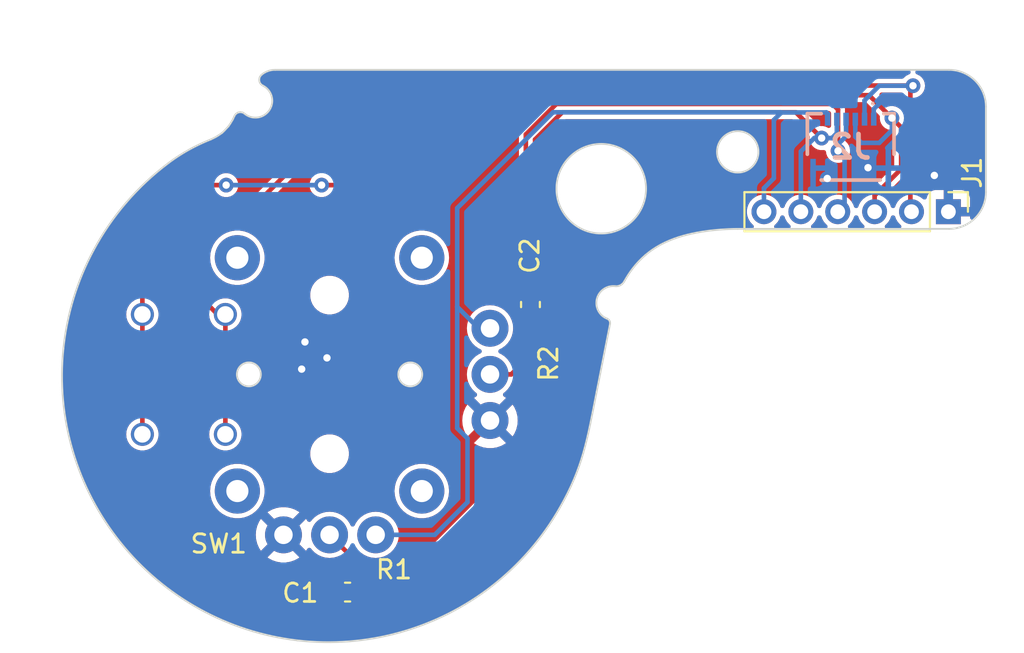
<source format=kicad_pcb>
(kicad_pcb (version 20240108) (generator "pcbnew") (generator_version "8.0")
  (layers (0 "F.Cu" signal) (31 "B.Cu" signal) (34 "B.Paste" user) (35 "F.Paste" user) (36 "B.SilkS" user "B.Silkscreen") (37 "F.SilkS" user "F.Silkscreen") (38 "B.Mask" user) (39 "F.Mask" user) (44 "Edge.Cuts" user))
  (net 0 "")
  (net 1 "GND")
  (net 2 "RS_B_IN")
  (net 3 "RS_B_OUT")
  (net 4 "RY")
  (net 5 "RX")
  (net 6 "+3V3")
  (net 7 "Net-(SW1-X_OUT)")
  (net 8 "Net-(SW1-Y_OUT)")
  (footprint "Capacitor_SMD:C_0603_1608Metric" (layer "F.Cu") (at 248.1834 161.4932)
    (property "Reference" "C1" (at -2.5654 0.0508 0) (layer "F.SilkS"))
    (property "Value" "47nF")
    (fp_line (start -0.14058 -0.51) (end 0.14058 -0.51) (stroke (width 0.12)) (layer "F.SilkS"))
    (fp_line (start -0.14058 0.51) (end 0.14058 0.51) (stroke (width 0.12)) (layer "F.SilkS"))
    (pad "1" smd roundrect (at -0.775 0) (size 0.9 0.95) (layers "F.Cu" "F.Paste" "F.Mask") (net 1 "GND"))
    (pad "2" smd roundrect (at 0.775 0) (size 0.9 0.95) (layers "F.Cu" "F.Paste" "F.Mask") (net 5 "RX"))
  )
  (footprint "Resistor_SMD:R_0201_0603Metric" (layer "F.Cu") (at 248.6914 160.3248)
    (property "Reference" "R1" (at 2.0066 -0.0508 0) (layer "F.SilkS"))
    (property "Value" "1k" (hide yes))
    (pad "1" smd roundrect (at -0.32 0) (size 0.46 0.4) (layers "F.Cu" "F.Mask") (net 7 "Net-(SW1-X_OUT)"))
    (pad "2" smd roundrect (at 0.32 0) (size 0.46 0.4) (layers "F.Cu" "F.Mask") (net 5 "RX"))
  )
  (footprint "hhl:GL1807SYAE" (layer "F.Cu") (at 247.2072 149.688518)
    (property "Reference" "SW1" (at -6.0088 9.188482 0) (layer "F.SilkS"))
    (property "Value" "GL18_SW")
    (pad "" thru_hole circle (at -5 -6.325) (size 2.45 2.45) (drill 1.2) (layers "*.Cu" "*.Mask"))
    (pad "" thru_hole circle (at -5 6.325) (size 2.45 2.45) (drill 1.2) (layers "*.Cu" "*.Mask"))
    (pad "" np_thru_hole circle (at 0 -4.3) (size 1.6 1.6) (drill 1.6) (layers "F&B.Cu" "*.Mask"))
    (pad "" np_thru_hole circle (at 0 4.3) (size 1.6 1.6) (drill 1.6) (layers "F&B.Cu" "*.Mask"))
    (pad "" thru_hole circle (at 5 -6.325) (size 2.45 2.45) (drill 1.2) (layers "*.Cu" "*.Mask"))
    (pad "" thru_hole circle (at 5 6.325) (size 2.45 2.45) (drill 1.2) (layers "*.Cu" "*.Mask"))
    (pad "S1" thru_hole circle (at -5.65 -3.25) (size 1.25 1.25) (drill 0.9) (layers "*.Cu" "*.Mask") (net 3 "RS_B_OUT"))
    (pad "S2" thru_hole circle (at -5.65 3.25) (size 1.25 1.25) (drill 0.9) (layers "*.Cu" "*.Mask") (net 3 "RS_B_OUT"))
    (pad "S3" thru_hole circle (at -10.15 -3.25) (size 1.25 1.25) (drill 0.9) (layers "*.Cu" "*.Mask") (net 2 "RS_B_IN"))
    (pad "S4" thru_hole circle (at -10.15 3.25) (size 1.25 1.25) (drill 0.9) (layers "*.Cu" "*.Mask") (net 2 "RS_B_IN"))
    (pad "X1" thru_hole circle (at -2.5 8.7) (size 2 2) (drill 1) (layers "*.Cu" "*.Mask") (net 1 "GND"))
    (pad "X2" thru_hole circle (at 0 8.7) (size 2 2) (drill 1) (layers "*.Cu" "*.Mask") (net 7 "Net-(SW1-X_OUT)"))
    (pad "X3" thru_hole circle (at 2.5 8.7) (size 2 2) (drill 1) (layers "*.Cu" "*.Mask") (net 6 "+3V3"))
    (pad "Y1" thru_hole circle (at 8.7 2.5) (size 2 2) (drill 1) (layers "*.Cu" "*.Mask") (net 1 "GND"))
    (pad "Y2" thru_hole circle (at 8.7 0) (size 2 2) (drill 1) (layers "*.Cu" "*.Mask") (net 8 "Net-(SW1-Y_OUT)"))
    (pad "Y3" thru_hole circle (at 8.7 -2.5) (size 2 2) (drill 1) (layers "*.Cu" "*.Mask") (net 6 "+3V3"))
  )
  (footprint "Connector_PinHeader_2.00mm:PinHeader_1x06_P2.00mm_Vertical" (layer "F.Cu") (at 280.761001 140.867407 -90)
    (property "Reference" "J1" (at -2.117407 -1.288999 90) (layer "F.SilkS"))
    (property "Value" "Conn_01x06_Pin" (hide yes))
    (fp_line (start -1.06 11.06) (end 1.06 11.06) (stroke (width 0.12)) (layer "F.SilkS"))
    (fp_line (start -1.06 1) (end -1.06 11.06) (stroke (width 0.12)) (layer "F.SilkS"))
    (fp_line (start -1.06 1) (end 1.06 1) (stroke (width 0.12)) (layer "F.SilkS"))
    (fp_line (start 1.06 1) (end 1.06 11.06) (stroke (width 0.12)) (layer "F.SilkS"))
    (fp_line (start -1.06 0) (end -1.06 -1.06) (stroke (width 0.12)) (layer "F.SilkS"))
    (fp_line (start -1.06 -1.06) (end 0 -1.06) (stroke (width 0.12)) (layer "F.SilkS"))
    (pad "1" thru_hole rect (at 0 0 270) (size 1.35 1.35) (drill 0.8) (layers "*.Cu" "*.Mask") (net 1 "GND"))
    (pad "2" thru_hole oval (at 0 2 270) (size 1.35 1.35) (drill 0.8) (layers "*.Cu" "*.Mask") (net 3 "RS_B_OUT"))
    (pad "3" thru_hole oval (at 0 4 270) (size 1.35 1.35) (drill 0.8) (layers "*.Cu" "*.Mask") (net 2 "RS_B_IN"))
    (pad "4" thru_hole oval (at 0 6 270) (size 1.35 1.35) (drill 0.8) (layers "*.Cu" "*.Mask") (net 4 "RY"))
    (pad "5" thru_hole oval (at 0 8 270) (size 1.35 1.35) (drill 0.8) (layers "*.Cu" "*.Mask") (net 5 "RX"))
    (pad "6" thru_hole oval (at 0 10 270) (size 1.35 1.35) (drill 0.8) (layers "*.Cu" "*.Mask") (net 6 "+3V3"))
  )
  (footprint "Capacitor_SMD:C_0603_1608Metric" (layer "F.Cu") (at 258.1 145.9 -90)
    (property "Reference" "C2" (at -2.644 0.036 -90) (layer "F.SilkS"))
    (property "Value" "47nF")
    (fp_line (start -0.14058 0.51) (end 0.14058 0.51) (stroke (width 0.12)) (layer "F.SilkS"))
    (fp_line (start -0.14058 -0.51) (end 0.14058 -0.51) (stroke (width 0.12)) (layer "F.SilkS"))
    (pad "1" smd roundrect (at -0.775 0 270) (size 0.9 0.95) (layers "F.Cu" "F.Paste" "F.Mask") (net 1 "GND"))
    (pad "2" smd roundrect (at 0.775 0 270) (size 0.9 0.95) (layers "F.Cu" "F.Paste" "F.Mask") (net 4 "RY"))
  )
  (footprint "Resistor_SMD:R_0201_0603Metric" (layer "F.Cu") (at 257.8354 148.59 90)
    (property "Reference" "R2" (at -0.508 1.2446 -90) (layer "F.SilkS"))
    (property "Value" "1k" (hide yes))
    (pad "1" smd roundrect (at -0.32 0 90) (size 0.46 0.4) (layers "F.Cu" "F.Mask") (net 8 "Net-(SW1-Y_OUT)"))
    (pad "2" smd roundrect (at 0.32 0 90) (size 0.46 0.4) (layers "F.Cu" "F.Mask") (net 4 "RY"))
  )
  (footprint "hhl:5034800640" (layer "B.Cu") (at 275.463716 137.350698 180)
    (property "Reference" "J2" (at 0 0 0) (layer "B.SilkS") (effects (font (size 1.27 1.27) (thickness 0.254)) (justify mirror)))
    (property "Value" "503480-0640" (hide yes))
    (fp_line (start 2.35 1.8) (end 1.6 1.8) (stroke (width 0.2)) (layer "B.SilkS"))
    (fp_line (start 2.35 -0.4) (end 2.35 1.8) (stroke (width 0.2)) (layer "B.SilkS"))
    (fp_line (start 1.6 -1.8) (end -1.6 -1.8) (stroke (width 0.2)) (layer "B.SilkS"))
    (fp_line (start -1.2 2.4) (end -1.2 2.4) (stroke (width 0.1)) (layer "B.SilkS"))
    (fp_line (start -1.2 2.3) (end -1.2 2.3) (stroke (width 0.1)) (layer "B.SilkS"))
    (fp_line (start -2.35 1.8) (end -1.8 1.8) (stroke (width 0.2)) (layer "B.SilkS"))
    (fp_line (start -2.35 -0.4) (end -2.35 1.8) (stroke (width 0.2)) (layer "B.SilkS"))
    (fp_arc (start -1.2 2.4) (mid -1.25 2.35) (end -1.2 2.3) (stroke (width 0.1)) (layer "B.SilkS"))
    (fp_arc (start -1.2 2.3) (mid -1.15 2.35) (end -1.2 2.4) (stroke (width 0.1)) (layer "B.SilkS"))
    (pad "1" smd rect (at -1.25 1.5 180) (size 0.3 0.7) (layers "B.Cu" "B.Paste" "B.Mask") (net 1 "GND"))
    (pad "2" smd rect (at -0.75 1.5 180) (size 0.3 0.7) (layers "B.Cu" "B.Paste" "B.Mask") (net 3 "RS_B_OUT"))
    (pad "3" smd rect (at -0.25 1.5 180) (size 0.3 0.7) (layers "B.Cu" "B.Paste" "B.Mask") (net 2 "RS_B_IN"))
    (pad "4" smd rect (at 0.25 1.5 180) (size 0.3 0.7) (layers "B.Cu" "B.Paste" "B.Mask") (net 4 "RY"))
    (pad "5" smd rect (at 0.75 1.5 180) (size 0.3 0.7) (layers "B.Cu" "B.Paste" "B.Mask") (net 5 "RX"))
    (pad "6" smd rect (at 1.25 1.5 180) (size 0.3 0.7) (layers "B.Cu" "B.Paste" "B.Mask") (net 6 "+3V3"))
    (pad "MP1" smd rect (at -2.04 -1.15 180) (size 0.3 1) (layers "B.Cu" "B.Paste" "B.Mask") (net 1 "GND"))
    (pad "MP2" smd rect (at 2.04 -1.15 180) (size 0.3 1) (layers "B.Cu" "B.Paste" "B.Mask") (net 1 "GND"))
  )
  (gr_curve (pts (xy 236.182716 140.373821) (xy 235.498868 141.170014) (xy 234.903887 142.038443) (xy 234.408371 142.963672)) (stroke (width 0.1)) (layer "Edge.Cuts"))
  (gr_curve (pts (xy 262.416512 146.875826) (xy 262.419466 146.901486) (xy 262.418425 146.927449) (xy 262.413427 146.952791)) (stroke (width 0.1)) (layer "Edge.Cuts"))
  (gr_curve (pts (xy 264.33381 143.213824) (xy 264.840979 142.782004) (xy 265.432345 142.469536) (xy 266.125889 142.247344)) (stroke (width 0.1)) (layer "Edge.Cuts"))
  (gr_arc (start 243.517695 133.447452) (mid 243.86174 133.246104) (end 244.25418 133.176111) (stroke (width 0.1)) (layer "Edge.Cuts"))
  (gr_curve (pts (xy 261.687781 150.631904) (xy 261.929663 149.405533) (xy 262.171545 148.179162) (xy 262.413427 146.952791)) (stroke (width 0.1)) (layer "Edge.Cuts"))
  (gr_curve (pts (xy 262.396021 146.801576) (xy 262.406646 146.825118) (xy 262.413559 146.850166) (xy 262.416512 146.875826)) (stroke (width 0.1)) (layer "Edge.Cuts"))
  (gr_curve (pts (xy 233.286784 153.849988) (xy 233.8177 155.652394) (xy 234.69568 157.33392) (xy 235.871146 158.800026)) (stroke (width 0.1)) (layer "Edge.Cuts"))
  (gr_arc (start 262.258094 146.671154) (mid 261.69711 145.598301) (end 262.689001 144.904134) (stroke (width 0.1)) (layer "Edge.Cuts"))
  (gr_curve (pts (xy 245.457574 164.109906) (xy 247.323163 164.328607) (xy 249.213601 164.181329) (xy 251.022835 163.676242)) (stroke (width 0.1)) (layer "Edge.Cuts"))
  (gr_curve (pts (xy 240.14013 162.398991) (xy 241.784364 163.309899) (xy 243.590696 163.891054) (xy 245.457574 164.109906)) (stroke (width 0.1)) (layer "Edge.Cuts"))
  (gr_arc (start 243.589841 134.027633) (mid 243.951806 135.351149) (end 242.594525 135.552392) (stroke (width 0.1)) (layer "Edge.Cuts"))
  (gr_curve (pts (xy 266.125889 142.247344) (xy 267.437638 141.827097) (xy 268.899751 141.798227) (xy 269.339269 141.798227)) (stroke (width 0.1)) (layer "Edge.Cuts"))
  (gr_curve (pts (xy 242.123835 135.571284) (xy 242.156289 135.539286) (xy 242.194682 135.513934) (xy 242.236854 135.496653)) (stroke (width 0.1)) (layer "Edge.Cuts"))
  (gr_curve (pts (xy 242.04761 135.683234) (xy 242.065487 135.641311) (xy 242.091381 135.603281) (xy 242.123835 135.571284)) (stroke (width 0.1)) (layer "Edge.Cuts"))
  (gr_curve (pts (xy 232.774982 148.296871) (xy 232.582661 150.163609) (xy 232.756548 152.049892) (xy 233.286784 153.849988)) (stroke (width 0.1)) (layer "Edge.Cuts"))
  (gr_circle (center 251.5822 149.688518) (end 250.9322 149.688518) (stroke (width 0.1)) (fill none) (layer "Edge.Cuts"))
  (gr_curve (pts (xy 234.408371 142.963672) (xy 233.522291 144.618165) (xy 232.967327 146.429893) (xy 232.774982 148.296871)) (stroke (width 0.1)) (layer "Edge.Cuts"))
  (gr_arc (start 238.47358 138.230022) (mid 239.5728 137.5156) (end 240.757606 136.954424) (stroke (width 0.1)) (layer "Edge.Cuts"))
  (gr_curve (pts (xy 262.339918 146.722765) (xy 262.363571 146.745131) (xy 262.38263 146.771904) (xy 262.396021 146.801576)) (stroke (width 0.1)) (layer "Edge.Cuts"))
  (gr_circle (center 242.8322 149.688518) (end 242.1822 149.688518) (stroke (width 0.1)) (fill none) (layer "Edge.Cuts"))
  (gr_curve (pts (xy 238.47358 138.230022) (xy 237.634302 138.859248) (xy 236.866138 139.578124) (xy 236.182716 140.373821)) (stroke (width 0.1)) (layer "Edge.Cuts"))
  (gr_line (start 269.339269 141.798227) (end 280.79541 141.798227) (stroke (width 0.1)) (layer "Edge.Cuts"))
  (gr_circle (center 261.937726 139.619733) (end 259.507726 139.619733) (stroke (width 0.1)) (fill none) (layer "Edge.Cuts"))
  (gr_curve (pts (xy 259.6752 156.938683) (xy 260.947044 154.71543) (xy 261.163485 153.290147) (xy 261.687781 150.631904)) (stroke (width 0.1)) (layer "Edge.Cuts"))
  (gr_arc (start 243.589841 134.027633) (mid 243.397445 133.756981) (end 243.517695 133.447452) (stroke (width 0.1)) (layer "Edge.Cuts"))
  (gr_line (start 280.79541 133.176111) (end 244.25418 133.176111) (stroke (width 0.1)) (layer "Edge.Cuts"))
  (gr_curve (pts (xy 251.022835 163.676242) (xy 252.834993 163.170339) (xy 254.531141 162.315171) (xy 256.015561 161.158883)) (stroke (width 0.1)) (layer "Edge.Cuts"))
  (gr_curve (pts (xy 263.180662 144.650874) (xy 263.442841 144.181174) (xy 263.796421 143.671376) (xy 264.33381 143.213824)) (stroke (width 0.1)) (layer "Edge.Cuts"))
  (gr_curve (pts (xy 235.871146 158.800026) (xy 237.046357 160.265812) (xy 238.496527 161.488432) (xy 240.14013 162.398991)) (stroke (width 0.1)) (layer "Edge.Cuts"))
  (gr_curve (pts (xy 242.04761 135.683234) (xy 242.020787 135.74614) (xy 241.992431 135.806999) (xy 241.962596 135.865913)) (stroke (width 0.1)) (layer "Edge.Cuts"))
  (gr_curve (pts (xy 263.055454 144.79838) (xy 263.004514 144.838926) (xy 262.946141 144.869136) (xy 262.88362 144.887307)) (stroke (width 0.1)) (layer "Edge.Cuts"))
  (gr_curve (pts (xy 256.015561 161.158883) (xy 257.498301 160.003905) (xy 258.741827 158.570271) (xy 259.6752 156.938683)) (stroke (width 0.1)) (layer "Edge.Cuts"))
  (gr_curve (pts (xy 242.236854 135.496653) (xy 242.279026 135.479373) (xy 242.324171 135.470494) (xy 242.369746 135.470518)) (stroke (width 0.1)) (layer "Edge.Cuts"))
  (gr_arc (start 280.79541 133.176111) (mid 282.209624 133.761897) (end 282.79541 135.176111) (stroke (width 0.1)) (layer "Edge.Cuts"))
  (gr_arc (start 282.79541 139.798227) (mid 282.209624 141.212441) (end 280.79541 141.798227) (stroke (width 0.1)) (layer "Edge.Cuts"))
  (gr_circle (center 269.339269 137.621378) (end 268.214269 137.621378) (stroke (width 0.1)) (fill none) (layer "Edge.Cuts"))
  (gr_line (start 282.79541 139.798227) (end 282.79541 135.176111) (stroke (width 0.1)) (layer "Edge.Cuts"))
  (gr_curve (pts (xy 263.180662 144.650874) (xy 263.148929 144.707724) (xy 263.106395 144.757833) (xy 263.055454 144.79838)) (stroke (width 0.1)) (layer "Edge.Cuts"))
  (gr_curve (pts (xy 241.379633 136.594202) (xy 241.133714 136.769246) (xy 241.046288 136.822058) (xy 240.757606 136.954424)) (stroke (width 0.1)) (layer "Edge.Cuts"))
  (gr_curve (pts (xy 242.369746 135.470518) (xy 242.41054 135.47054) (xy 242.451017 135.477693) (xy 242.489348 135.491654)) (stroke (width 0.1)) (layer "Edge.Cuts"))
  (gr_curve (pts (xy 241.962596 135.865913) (xy 241.845174 136.068866) (xy 241.78793 136.154711) (xy 241.72709 136.236165)) (stroke (width 0.1)) (layer "Edge.Cuts"))
  (gr_curve (pts (xy 262.258094 146.671154) (xy 262.288468 146.682866) (xy 262.316264 146.700398) (xy 262.339918 146.722765)) (stroke (width 0.1)) (layer "Edge.Cuts"))
  (gr_curve (pts (xy 242.489348 135.491654) (xy 242.527678 135.505616) (xy 242.563274 135.526171) (xy 242.594525 135.552392)) (stroke (width 0.1)) (layer "Edge.Cuts"))
  (gr_curve (pts (xy 241.72709 136.236165) (xy 241.526644 136.459897) (xy 241.45499 136.529043) (xy 241.379633 136.594202)) (stroke (width 0.1)) (layer "Edge.Cuts"))
  (gr_curve (pts (xy 262.88362 144.887307) (xy 262.820486 144.905657) (xy 262.754348 144.911375) (xy 262.689001 144.904134)) (stroke (width 0.1)) (layer "Edge.Cuts"))
  (segment (start 244.838518 158.788518) (end 244.7 158.65) (width 0.25) (layer "F.Cu") (net 1))
  (via (at 276.4028 138.4808) (size 0.8) (drill 0.4) (layers "F.Cu" "B.Cu") (net 1))
  (via (at 280 138.9) (size 0.8) (drill 0.4) (layers "F.Cu" "B.Cu") (net 1))
  (via (at 245.872 147.9296) (size 0.8) (drill 0.4) (layers "F.Cu" "B.Cu") (net 1))
  (via (at 245.6942 149.4028) (size 0.8) (drill 0.4) (layers "F.Cu" "B.Cu") (net 1))
  (via (at 274.193 139.065) (size 0.8) (drill 0.4) (layers "F.Cu" "B.Cu") (net 1))
  (via (at 247.0658 148.7932) (size 0.8) (drill 0.4) (layers "F.Cu" "B.Cu") (net 1))
  (segment (start 276.713716 135.299684) (end 277.0632 134.9502) (width 0.25) (layer "B.Cu") (net 1))
  (segment (start 277.1902 134.8232) (end 278.13 134.8232) (width 0.25) (layer "B.Cu") (net 1))
  (segment (start 280.003716 138.896284) (end 280 138.9) (width 0.25) (layer "B.Cu") (net 1))
  (segment (start 278.13 134.8232) (end 278.4348 134.8232) (width 0.25) (layer "B.Cu") (net 1))
  (segment (start 277.0632 134.9502) (end 277.1902 134.8232) (width 0.25) (layer "B.Cu") (net 1))
  (segment (start 276.713716 135.850698) (end 276.713716 135.299684) (width 0.25) (layer "B.Cu") (net 1))
  (segment (start 278.4348 134.8232) (end 279.3746 135.763) (width 0.25) (layer "B.Cu") (net 1))
  (segment (start 244.961482 158.388518) (end 244.7 158.65) (width 0.25) (layer "B.Cu") (net 1))
  (segment (start 237.0572 142.4678) (end 237.0572 146.438518) (width 0.25) (layer "F.Cu") (net 2))
  (segment (start 241.6 139.425) (end 240.1 139.425) (width 0.25) (layer "F.Cu") (net 2))
  (segment (start 278.2 138.55) (end 276.761001 139.988999) (width 0.25) (layer "F.Cu") (net 2))
  (segment (start 252.4 139.425) (end 246.775 139.425) (width 0.25) (layer "F.Cu") (net 2))
  (segment (start 276.761001 139.988999) (end 276.761001 140.867407) (width 0.25) (layer "F.Cu") (net 2))
  (segment (start 278.2 136.2902) (end 278.2 138.55) (width 0.25) (layer "F.Cu") (net 2))
  (segment (start 277.6982 135.7884) (end 278.2 136.2902) (width 0.25) (layer "F.Cu") (net 2))
  (segment (start 277.6982 135.7884) (end 276.4598 134.55) (width 0.25) (layer "F.Cu") (net 2))
  (segment (start 257.275 134.55) (end 252.4 139.425) (width 0.25) (layer "F.Cu") (net 2))
  (segment (start 237.0572 146.438518) (end 237.0572 152.938518) (width 0.25) (layer "F.Cu") (net 2))
  (segment (start 276.4598 134.55) (end 257.275 134.55) (width 0.25) (layer "F.Cu") (net 2))
  (segment (start 240.1 139.425) (end 237.0572 142.4678) (width 0.25) (layer "F.Cu") (net 2))
  (via (at 241.6 139.425) (size 0.8) (drill 0.4) (layers "F.Cu" "B.Cu") (net 2))
  (via (at 277.6982 135.7884) (size 0.8) (drill 0.4) (layers "F.Cu" "B.Cu") (net 2))
  (via (at 246.775 139.425) (size 0.8) (drill 0.4) (layers "F.Cu" "B.Cu") (net 2))
  (segment (start 246.775 139.425) (end 241.6 139.425) (width 0.25) (layer "B.Cu") (net 2))
  (segment (start 275.713716 136.801116) (end 275.713716 135.850698) (width 0.25) (layer "B.Cu") (net 2))
  (segment (start 277.6982 136.4488) (end 277.0124 137.1346) (width 0.25) (layer "B.Cu") (net 2))
  (segment (start 277.0124 137.1346) (end 276.0472 137.1346) (width 0.25) (layer "B.Cu") (net 2))
  (segment (start 277.6982 135.7884) (end 277.6982 136.4488) (width 0.25) (layer "B.Cu") (net 2))
  (segment (start 276.0472 137.1346) (end 275.713716 136.801116) (width 0.25) (layer "B.Cu") (net 2))
  (segment (start 240.75 140.725) (end 239.3 142.175) (width 0.25) (layer "F.Cu") (net 3))
  (segment (start 278.7 134.177) (end 278.7 140.806406) (width 0.25) (layer "F.Cu") (net 3))
  (segment (start 239.3 142.175) (end 239.3 144.6) (width 0.25) (layer "F.Cu") (net 3))
  (segment (start 245.15 138.525) (end 242.95 140.725) (width 0.25) (layer "F.Cu") (net 3))
  (segment (start 252.575 138.525) (end 245.15 138.525) (width 0.25) (layer "F.Cu") (net 3))
  (segment (start 241.5572 152.938518) (end 241.5572 146.438518) (width 0.25) (layer "F.Cu") (net 3))
  (segment (start 239.3 144.6) (end 241.138518 146.438518) (width 0.25) (layer "F.Cu") (net 3))
  (segment (start 241.138518 146.438518) (end 241.5572 146.438518) (width 0.25) (layer "F.Cu") (net 3))
  (segment (start 278.8304 134.025) (end 257.075 134.025) (width 0.25) (layer "F.Cu") (net 3))
  (segment (start 278.8412 134.0358) (end 278.7 134.177) (width 0.25) (layer "F.Cu") (net 3))
  (segment (start 242.95 140.725) (end 240.75 140.725) (width 0.25) (layer "F.Cu") (net 3))
  (segment (start 278.7 140.806406) (end 278.761001 140.867407) (width 0.25) (layer "F.Cu") (net 3))
  (segment (start 257.075 134.025) (end 252.575 138.525) (width 0.25) (layer "F.Cu") (net 3))
  (segment (start 278.8412 134.0358) (end 278.8304 134.025) (width 0.25) (layer "F.Cu") (net 3))
  (via (at 278.8412 134.0358) (size 0.8) (drill 0.4) (layers "F.Cu" "B.Cu") (net 3))
  (segment (start 276.213716 135.850698) (end 276.213716 134.834484) (width 0.25) (layer "B.Cu") (net 3))
  (segment (start 276.213716 134.834484) (end 277.0124 134.0358) (width 0.25) (layer "B.Cu") (net 3))
  (segment (start 277.0124 134.0358) (end 278.8412 134.0358) (width 0.25) (layer "B.Cu") (net 3))
  (segment (start 278.8412 134.0358) (end 278.713716 134.163284) (width 0.25) (layer "B.Cu") (net 3))
  (segment (start 258.6875 146.7625) (end 258.1 146.7625) (width 0.25) (layer "F.Cu") (net 4))
  (segment (start 257.85 136.675) (end 257.85 141.85) (width 0.25) (layer "F.Cu") (net 4))
  (segment (start 274.475 135.025) (end 259.5 135.025) (width 0.25) (layer "F.Cu") (net 4))
  (segment (start 258.1 147.925) (end 258.1 146.7625) (width 0.25) (layer "F.Cu") (net 4))
  (segment (start 257.85 141.85) (end 259.775 143.775) (width 0.25) (layer "F.Cu") (net 4))
  (segment (start 274.7772 135.3272) (end 274.475 135.025) (width 0.25) (layer "F.Cu") (net 4))
  (segment (start 257.8354 148.27) (end 257.8354 148.1896) (width 0.25) (layer "F.Cu") (net 4))
  (segment (start 257.8354 148.1896) (end 258.1 147.925) (width 0.25) (layer "F.Cu") (net 4))
  (segment (start 274.7772 137.5664) (end 274.7772 135.3272) (width 0.25) (layer "F.Cu") (net 4))
  (segment (start 259.775 143.775) (end 259.775 145.675) (width 0.25) (layer "F.Cu") (net 4))
  (segment (start 259.5 135.025) (end 257.85 136.675) (width 0.25) (layer "F.Cu") (net 4))
  (segment (start 259.775 145.675) (end 258.6875 146.7625) (width 0.25) (layer "F.Cu") (net 4))
  (via (at 274.7772 137.5664) (size 0.8) (drill 0.4) (layers "F.Cu" "B.Cu") (net 4))
  (segment (start 275.213716 136.774284) (end 274.7772 137.2108) (width 0.25) (layer "B.Cu") (net 4))
  (segment (start 274.7772 137.2108) (end 274.7772 137.5664) (width 0.25) (layer "B.Cu") (net 4))
  (segment (start 275.1328 140.495608) (end 274.761001 140.867407) (width 0.25) (layer "B.Cu") (net 4))
  (segment (start 275.213716 135.850698) (end 275.213716 136.774284) (width 0.25) (layer "B.Cu") (net 4))
  (segment (start 274.7772 137.5664) (end 275.1328 137.922) (width 0.25) (layer "B.Cu") (net 4))
  (segment (start 275.1328 137.922) (end 275.1328 140.495608) (width 0.25) (layer "B.Cu") (net 4))
  (segment (start 250.7568 161.4932) (end 249.0459 161.4932) (width 0.25) (layer "F.Cu") (net 5))
  (segment (start 249.0459 161.4932) (end 249.0459 160.3593) (width 0.25) (layer "F.Cu") (net 5))
  (segment (start 272.4882 135.475) (end 259.825 135.475) (width 0.25) (layer "F.Cu") (net 5))
  (segment (start 258.35 136.95) (end 258.35 141.675) (width 0.25) (layer "F.Cu") (net 5))
  (segment (start 258.35 141.675) (end 260.3 143.625) (width 0.25) (layer "F.Cu") (net 5))
  (segment (start 273.8882 136.875) (end 272.4882 135.475) (width 0.25) (layer "F.Cu") (net 5))
  (segment (start 258 154.25) (end 250.7568 161.4932) (width 0.25) (layer "F.Cu") (net 5))
  (segment (start 258 153.05) (end 258 154.25) (width 0.25) (layer "F.Cu") (net 5))
  (segment (start 260.3 150.75) (end 258 153.05) (width 0.25) (layer "F.Cu") (net 5))
  (segment (start 260.3 143.625) (end 260.3 150.75) (width 0.25) (layer "F.Cu") (net 5))
  (segment (start 249.0459 160.3593) (end 249.0114 160.3248) (width 0.25) (layer "F.Cu") (net 5))
  (segment (start 259.825 135.475) (end 258.35 136.95) (width 0.25) (layer "F.Cu") (net 5))
  (via (at 273.8882 136.875) (size 0.8) (drill 0.4) (layers "F.Cu" "B.Cu") (net 5))
  (segment (start 274.713716 135.850698) (end 274.713716 136.608284) (width 0.25) (layer "B.Cu") (net 5))
  (segment (start 272.761001 137.601399) (end 272.761001 140.867407) (width 0.25) (layer "B.Cu") (net 5))
  (segment (start 273.4874 136.875) (end 272.761001 137.601399) (width 0.25) (layer "B.Cu") (net 5))
  (segment (start 274.713716 136.608284) (end 274.447 136.875) (width 0.25) (layer "B.Cu") (net 5))
  (segment (start 273.8882 136.875) (end 273.4874 136.875) (width 0.25) (layer "B.Cu") (net 5))
  (segment (start 273.8882 136.875) (end 274.447 136.875) (width 0.25) (layer "B.Cu") (net 5))
  (segment (start 274.143807 135.4836) (end 271.6784 135.4836) (width 0.25) (layer "B.Cu") (net 6))
  (segment (start 255.9072 147.188518) (end 255.290918 147.188518) (width 0.25) (layer "B.Cu") (net 6))
  (segment (start 274.213716 135.850698) (end 274.213716 135.553509) (width 0.25) (layer "B.Cu") (net 6))
  (segment (start 271.6698 135.475) (end 259.325 135.475) (width 0.25) (layer "B.Cu") (net 6))
  (segment (start 254.127 140.673) (end 254.127 146.0246) (width 0.25) (layer "B.Cu") (net 6))
  (segment (start 270.761001 140.867407) (end 270.761001 139.588999) (width 0.25) (layer "B.Cu") (net 6))
  (segment (start 259.325 135.475) (end 254.127 140.673) (width 0.25) (layer "B.Cu") (net 6))
  (segment (start 271.2974 135.8941) (end 271.6698 135.5217) (width 0.25) (layer "B.Cu") (net 6))
  (segment (start 254.127 152.6032) (end 254.6858 153.162) (width 0.25) (layer "B.Cu") (net 6))
  (segment (start 254.127 146.0246) (end 254.127 152.6032) (width 0.25) (layer "B.Cu") (net 6))
  (segment (start 254.6858 156.6142) (end 252.911482 158.388518) (width 0.25) (layer "B.Cu") (net 6))
  (segment (start 255.290918 147.188518) (end 254.127 146.0246) (width 0.25) (layer "B.Cu") (net 6))
  (segment (start 274.213716 135.553509) (end 274.143807 135.4836) (width 0.25) (layer "B.Cu") (net 6))
  (segment (start 254.6858 153.162) (end 254.6858 156.6142) (width 0.25) (layer "B.Cu") (net 6))
  (segment (start 252.911482 158.388518) (end 249.7072 158.388518) (width 0.25) (layer "B.Cu") (net 6))
  (segment (start 271.6784 135.4836) (end 271.6698 135.475) (width 0.25) (layer "B.Cu") (net 6))
  (segment (start 270.761001 139.588999) (end 271.2974 139.0526) (width 0.25) (layer "B.Cu") (net 6))
  (segment (start 271.6698 135.5217) (end 271.6698 135.475) (width 0.25) (layer "B.Cu") (net 6))
  (segment (start 271.2974 139.0526) (end 271.2974 135.8941) (width 0.25) (layer "B.Cu") (net 6))
  (segment (start 247.2072 158.388518) (end 248.3714 159.552718) (width 0.25) (layer "F.Cu") (net 7))
  (segment (start 248.3714 159.552718) (end 248.3714 160.3248) (width 0.25) (layer "F.Cu") (net 7))
  (segment (start 255.9072 149.688518) (end 257.056882 149.688518) (width 0.25) (layer "F.Cu") (net 8))
  (segment (start 257.056882 149.688518) (end 257.8354 148.91) (width 0.25) (layer "F.Cu") (net 8))
  (zone (net 1) (net_name "GND") (layers "F&B.Cu") (connect_pads (clearance 0.25)) (min_thickness 0.25) (fill yes (thermal_gap 0.5) (thermal_bridge_width 0.5) (island_removal_mode 1) (island_area_min 10))
    (polygon (pts (xy 230.7082 129.3876) (xy 284.6578 129.3876) (xy 284.861 164.7952) (xy 229.3366 164.084)))
  )
)
</source>
